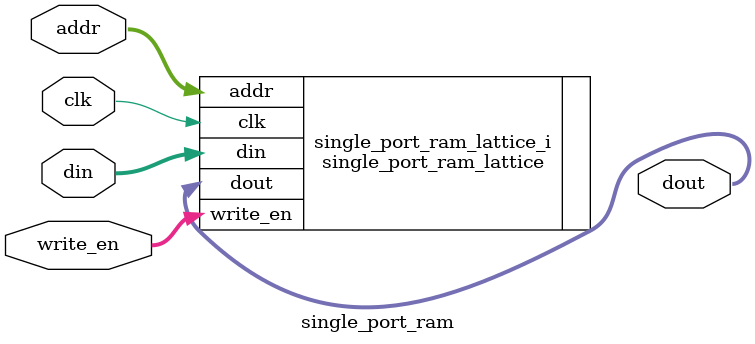
<source format=v>
/*
###############################################################################
# Copyright (c) 2018, PulseRain Technology LLC 
#
# Licensed under the Apache License, Version 2.0 (the "License");
# you may not use this file except in compliance with the License.
# You may obtain a copy of the License at
#
#     http://www.apache.org/licenses/LICENSE-2.0
#
# Unless required by applicable law or agreed to in writing, software
# distributed under the License is distributed on an "AS IS" BASIS,
# WITHOUT WARRANTIES OR CONDITIONS OF ANY KIND, either express or implied.
# See the License for the specific language governing permissions and
# limitations under the License.
#
###############################################################################
*/

`default_nettype none

module single_port_ram #(parameter ADDR_WIDTH = 14, DATA_WIDTH = 16) (
            input  wire [ADDR_WIDTH - 1 : 0]         addr,
            input  wire [DATA_WIDTH - 1 : 0]         din,
            input  wire [DATA_WIDTH / 8 - 1 : 0]     write_en, 
            input  wire                              clk,
            output wire [DATA_WIDTH - 1 : 0]         dout
);
    
    single_port_ram_lattice #(.ADDR_WIDTH (ADDR_WIDTH), .DATA_WIDTH (DATA_WIDTH)) single_port_ram_lattice_i (
        .addr (addr),
        .din (din),
        .write_en (write_en),
        .clk (clk),
        .dout (dout));

                
endmodule 



`default_nettype wire

</source>
